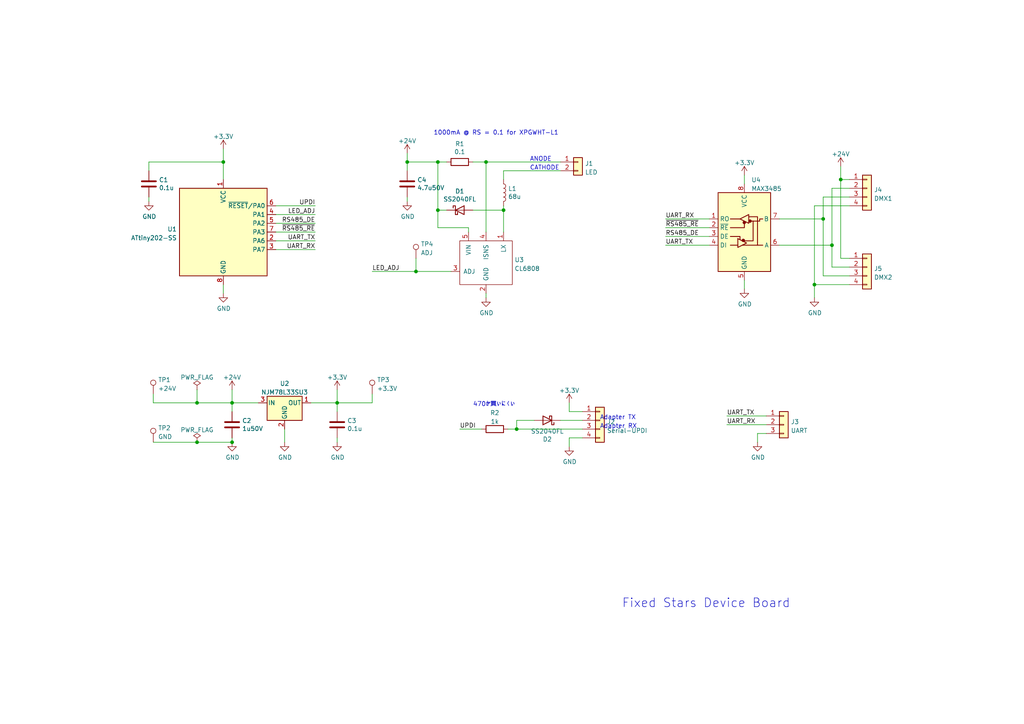
<source format=kicad_sch>
(kicad_sch (version 20211123) (generator eeschema)
  (paper "A4")
  (lib_symbols
    (symbol "CL6808:CL6808" (pin_names (offset 1.016))
      (property "Reference" "U" (at 12.7 1.27 0))
      (property "Value" "CL6808" (at 12.7 -1.27 0))
      (symbol "CL6808_0_1"
        (rectangle (start 7.62 -6.35) (end -7.62 6.35))
      )
      (symbol "CL6808_1_1"
        (pin open_collector line (at 5.08 8.89 270) (length 2.54) (name "LX") (number "1"))
        (pin power_in line (at 0 -8.89 90) (length 2.54) (name "GND") (number "2"))
        (pin input line (at -10.16 -2.54 0) (length 2.54) (name "ADJ") (number "3"))
        (pin input line (at 0 8.89 270) (length 2.54) (name "ISNS") (number "4"))
        (pin power_in line (at -5.08 8.89 270) (length 2.54) (name "VIN") (number "5"))
      )
    )
    (symbol "Connector:TestPoint" (pin_numbers hide) (pin_names (offset 0.762) hide)
      (property "Reference" "TP" (at 0 6.858 0))
      (property "Value" "TestPoint" (at 0 5.08 0))
      (symbol "TestPoint_0_1"
        (circle (center 0 3.302) (radius 0.762))
      )
      (symbol "TestPoint_1_1"
        (pin passive line (at 0 0 90) (length 2.54) (name "1") (number "1"))
      )
    )
    (symbol "Connector_Generic:Conn_01x02" (pin_names (offset 1.016) hide)
      (property "Reference" "J" (at 0 2.54 0))
      (property "Value" "Conn_01x02" (at 0 -5.08 0))
      (symbol "Conn_01x02_1_1"
        (rectangle (start -1.27 -2.413) (end 0 -2.667) (stroke (width 0.1524)))
        (rectangle (start -1.27 0.127) (end 0 -0.127) (stroke (width 0.1524)))
        (rectangle (start -1.27 1.27) (end 1.27 -3.81) (stroke (width 0.254)) (fill (type background)))
        (pin passive line (at -5.08 0 0) (length 3.81) (name "Pin_1") (number "1"))
        (pin passive line (at -5.08 -2.54 0) (length 3.81) (name "Pin_2") (number "2"))
      )
    )
    (symbol "Connector_Generic:Conn_01x03" (pin_names (offset 1.016) hide)
      (property "Reference" "J" (at 0 5.08 0))
      (property "Value" "Conn_01x03" (at 0 -5.08 0))
      (symbol "Conn_01x03_1_1"
        (rectangle (start -1.27 -2.413) (end 0 -2.667) (stroke (width 0.1524)))
        (rectangle (start -1.27 0.127) (end 0 -0.127) (stroke (width 0.1524)))
        (rectangle (start -1.27 2.667) (end 0 2.413) (stroke (width 0.1524)))
        (rectangle (start -1.27 3.81) (end 1.27 -3.81) (stroke (width 0.254)) (fill (type background)))
        (pin passive line (at -5.08 2.54 0) (length 3.81) (name "Pin_1") (number "1"))
        (pin passive line (at -5.08 0 0) (length 3.81) (name "Pin_2") (number "2"))
        (pin passive line (at -5.08 -2.54 0) (length 3.81) (name "Pin_3") (number "3"))
      )
    )
    (symbol "Connector_Generic:Conn_01x04" (pin_names (offset 1.016) hide)
      (property "Reference" "J" (at 0 5.08 0))
      (property "Value" "Conn_01x04" (at 0 -7.62 0))
      (symbol "Conn_01x04_1_1"
        (rectangle (start -1.27 -4.953) (end 0 -5.207) (stroke (width 0.1524)))
        (rectangle (start -1.27 -2.413) (end 0 -2.667) (stroke (width 0.1524)))
        (rectangle (start -1.27 0.127) (end 0 -0.127) (stroke (width 0.1524)))
        (rectangle (start -1.27 2.667) (end 0 2.413) (stroke (width 0.1524)))
        (rectangle (start -1.27 3.81) (end 1.27 -6.35) (stroke (width 0.254)) (fill (type background)))
        (pin passive line (at -5.08 2.54 0) (length 3.81) (name "Pin_1") (number "1"))
        (pin passive line (at -5.08 0 0) (length 3.81) (name "Pin_2") (number "2"))
        (pin passive line (at -5.08 -2.54 0) (length 3.81) (name "Pin_3") (number "3"))
        (pin passive line (at -5.08 -5.08 0) (length 3.81) (name "Pin_4") (number "4"))
      )
    )
    (symbol "Device:C" (pin_numbers hide) (pin_names (offset 0.254))
      (property "Reference" "C" (at 0.635 2.54 0))
      (property "Value" "C" (at 0.635 -2.54 0))
      (symbol "C_0_1"
        (polyline (pts (xy -2.032 -0.762) (xy 2.032 -0.762)) (stroke (width 0.508)))
        (polyline (pts (xy -2.032 0.762) (xy 2.032 0.762)) (stroke (width 0.508)))
      )
      (symbol "C_1_1"
        (pin passive line (at 0 3.81 270) (length 2.794) (name "~") (number "1"))
        (pin passive line (at 0 -3.81 90) (length 2.794) (name "~") (number "2"))
      )
    )
    (symbol "Device:D_Schottky" (pin_numbers hide) (pin_names (offset 1.016) hide)
      (property "Reference" "D" (at 0 2.54 0))
      (property "Value" "D_Schottky" (at 0 -2.54 0))
      (symbol "D_Schottky_0_1"
        (polyline (pts (xy 1.27 0) (xy -1.27 0)))
        (polyline (pts (xy 1.27 1.27) (xy 1.27 -1.27) (xy -1.27 0) (xy 1.27 1.27)) (stroke (width 0.254)))
        (polyline (pts (xy -1.905 0.635) (xy -1.905 1.27) (xy -1.27 1.27) (xy -1.27 -1.27) (xy -0.635 -1.27) (xy -0.635 -0.635)) (stroke (width 0.254)))
      )
      (symbol "D_Schottky_1_1"
        (pin passive line (at -3.81 0 0) (length 2.54) (name "K") (number "1"))
        (pin passive line (at 3.81 0 180) (length 2.54) (name "A") (number "2"))
      )
    )
    (symbol "Device:L" (pin_numbers hide) (pin_names (offset 1.016) hide)
      (property "Reference" "L" (at -1.27 0 90))
      (property "Value" "L" (at 1.905 0 90))
      (symbol "L_0_1"
        (arc (start 0 -2.54) (mid 0.635 -1.905) (end 0 -1.27))
        (arc (start 0 -1.27) (mid 0.635 -0.635) (end 0 0))
        (arc (start 0 0) (mid 0.635 0.635) (end 0 1.27))
        (arc (start 0 1.27) (mid 0.635 1.905) (end 0 2.54))
      )
      (symbol "L_1_1"
        (pin passive line (at 0 3.81 270) (length 1.27) (name "1") (number "1"))
        (pin passive line (at 0 -3.81 90) (length 1.27) (name "2") (number "2"))
      )
    )
    (symbol "Device:R" (pin_numbers hide) (pin_names (offset 0))
      (property "Reference" "R" (at 2.032 0 90))
      (property "Value" "R" (at 0 0 90))
      (symbol "R_0_1"
        (rectangle (start -1.016 -2.54) (end 1.016 2.54) (stroke (width 0.254)))
      )
      (symbol "R_1_1"
        (pin passive line (at 0 3.81 270) (length 1.27) (name "~") (number "1"))
        (pin passive line (at 0 -3.81 90) (length 1.27) (name "~") (number "2"))
      )
    )
    (symbol "Interface_UART:MAX3485"
      (property "Reference" "U" (at -6.096 11.43 0))
      (property "Value" "MAX3485" (at 0.762 11.43 0))
      (symbol "MAX3485_0_1"
        (rectangle (start -7.62 10.16) (end 7.62 -12.7) (stroke (width 0.254)) (fill (type background)))
        (circle (center -0.3048 -3.683) (radius 0.3556) (stroke (width 0.254)) (fill (type outline)))
        (circle (center -0.0254 1.4986) (radius 0.3556) (stroke (width 0.254)) (fill (type outline)))
        (polyline (pts (xy -4.064 -5.08) (xy -1.905 -5.08)) (stroke (width 0.254)))
        (polyline (pts (xy -4.064 2.54) (xy -1.27 2.54)) (stroke (width 0.254)))
        (polyline (pts (xy -1.27 -3.2004) (xy -1.27 -3.4544)) (stroke (width 0.254)))
        (polyline (pts (xy -0.635 -5.08) (xy 5.334 -5.08)) (stroke (width 0.254)))
        (polyline (pts (xy -4.064 -2.54) (xy -1.27 -2.54) (xy -1.27 -3.175)) (stroke (width 0.254)))
        (polyline (pts (xy 0 1.27) (xy 0 0) (xy -4.064 0)) (stroke (width 0.254)))
        (polyline (pts (xy 1.27 3.175) (xy 3.81 3.175) (xy 3.81 -5.08)) (stroke (width 0.254)))
        (polyline (pts (xy 2.54 1.905) (xy 2.54 -3.81) (xy 0 -3.81)) (stroke (width 0.254)))
        (polyline (pts (xy -1.905 -3.175) (xy -1.905 -5.715) (xy 0.635 -4.445) (xy -1.905 -3.175)) (stroke (width 0.254)))
        (polyline (pts (xy -1.27 2.54) (xy 1.27 3.81) (xy 1.27 1.27) (xy -1.27 2.54)) (stroke (width 0.254)))
        (polyline (pts (xy 1.905 1.905) (xy 4.445 1.905) (xy 4.445 2.54) (xy 5.334 2.54)) (stroke (width 0.254)))
        (rectangle (start 1.27 3.175) (end 1.27 3.175))
        (circle (center 1.651 1.905) (radius 0.3556) (stroke (width 0.254)) (fill (type outline)))
      )
      (symbol "MAX3485_1_1"
        (pin output line (at -10.16 2.54 0) (length 2.54) (name "RO") (number "1"))
        (pin input line (at -10.16 0 0) (length 2.54) (name "~{RE}") (number "2"))
        (pin input line (at -10.16 -2.54 0) (length 2.54) (name "DE") (number "3"))
        (pin input line (at -10.16 -5.08 0) (length 2.54) (name "DI") (number "4"))
        (pin power_in line (at 0 -15.24 90) (length 2.54) (name "GND") (number "5"))
        (pin bidirectional line (at 10.16 -5.08 180) (length 2.54) (name "A") (number "6"))
        (pin bidirectional line (at 10.16 2.54 180) (length 2.54) (name "B") (number "7"))
        (pin power_in line (at 0 12.7 270) (length 2.54) (name "VCC") (number "8"))
      )
    )
    (symbol "MCU_Microchip_ATtiny:ATtiny202-SS"
      (property "Reference" "U" (at -12.7 13.97 0))
      (property "Value" "ATtiny202-SS" (at 2.54 -13.97 0))
      (symbol "ATtiny202-SS_0_1"
        (rectangle (start -12.7 -12.7) (end 12.7 12.7) (stroke (width 0.254)) (fill (type background)))
      )
      (symbol "ATtiny202-SS_1_1"
        (pin power_in line (at 0 15.24 270) (length 2.54) (name "VCC") (number "1"))
        (pin bidirectional line (at 15.24 -2.54 180) (length 2.54) (name "PA6") (number "2"))
        (pin bidirectional line (at 15.24 -5.08 180) (length 2.54) (name "PA7") (number "3"))
        (pin bidirectional line (at 15.24 5.08 180) (length 2.54) (name "PA1") (number "4"))
        (pin bidirectional line (at 15.24 2.54 180) (length 2.54) (name "PA2") (number "5"))
        (pin bidirectional line (at 15.24 7.62 180) (length 2.54) (name "~{RESET}/PA0") (number "6"))
        (pin bidirectional line (at 15.24 0 180) (length 2.54) (name "PA3") (number "7"))
        (pin power_in line (at 0 -15.24 90) (length 2.54) (name "GND") (number "8"))
      )
    )
    (symbol "Regulator_Linear:L78L33_SOT89" (pin_names (offset 0.254))
      (property "Reference" "U" (at -3.81 3.175 0))
      (property "Value" "L78L33_SOT89" (at -0.635 3.175 0))
      (symbol "L78L33_SOT89_0_1"
        (rectangle (start -5.08 1.905) (end 5.08 -5.08) (stroke (width 0.254)) (fill (type background)))
      )
      (symbol "L78L33_SOT89_1_1"
        (pin power_out line (at 7.62 0 180) (length 2.54) (name "OUT") (number "1"))
        (pin power_in line (at 0 -7.62 90) (length 2.54) (name "GND") (number "2"))
        (pin power_in line (at -7.62 0 0) (length 2.54) (name "IN") (number "3"))
      )
    )
    (symbol "power:+24V" (power) (pin_names (offset 0))
      (property "Value" "+24V" (at 0 3.556 0))
      (symbol "+24V_0_1"
        (polyline (pts (xy -0.762 1.27) (xy 0 2.54)))
        (polyline (pts (xy 0 0) (xy 0 2.54)))
        (polyline (pts (xy 0 2.54) (xy 0.762 1.27)))
      )
      (symbol "+24V_1_1"
        (pin power_in line (at 0 0 90) (length 0) hide (name "+24V") (number "1"))
      )
    )
    (symbol "power:+3.3V" (power) (pin_names (offset 0))
      (property "Value" "+3.3V" (at 0 3.556 0))
      (symbol "+3.3V_0_1"
        (polyline (pts (xy -0.762 1.27) (xy 0 2.54)))
        (polyline (pts (xy 0 0) (xy 0 2.54)))
        (polyline (pts (xy 0 2.54) (xy 0.762 1.27)))
      )
      (symbol "+3.3V_1_1"
        (pin power_in line (at 0 0 90) (length 0) hide (name "+3.3V") (number "1"))
      )
    )
    (symbol "power:GND" (power) (pin_names (offset 0))
      (property "Value" "GND" (at 0 -3.81 0))
      (symbol "GND_0_1"
        (polyline (pts (xy 0 0) (xy 0 -1.27) (xy 1.27 -1.27) (xy 0 -2.54) (xy -1.27 -1.27) (xy 0 -1.27)))
      )
      (symbol "GND_1_1"
        (pin power_in line (at 0 0 270) (length 0) hide (name "GND") (number "1"))
      )
    )
    (symbol "power:PWR_FLAG" (power) (pin_numbers hide) (pin_names (offset 0) hide)
      (property "Value" "PWR_FLAG" (at 0 3.81 0))
      (symbol "PWR_FLAG_0_0"
        (pin power_out line (at 0 0 90) (length 0) (name "pwr") (number "1"))
      )
      (symbol "PWR_FLAG_0_1"
        (polyline (pts (xy 0 0) (xy 0 1.27) (xy -1.016 1.905) (xy 0 2.54) (xy 1.016 1.905) (xy 0 1.27)))
      )
    )
  )
  (junction (at 67.31 116.84))
  (junction (at 120.65 78.74))
  (junction (at 57.15 116.84))
  (junction (at 127 46.99))
  (junction (at 118.11 46.99))
  (junction (at 241.3 71.12))
  (junction (at 127 60.96))
  (junction (at 243.84 52.07))
  (junction (at 149.86 124.46))
  (junction (at 67.31 128.27))
  (junction (at 140.97 46.99))
  (junction (at 146.05 60.96))
  (junction (at 97.79 116.84))
  (junction (at 238.76 63.5))
  (junction (at 64.77 46.99))
  (junction (at 236.22 82.55))
  (junction (at 57.15 128.27))
  (wire (pts (xy 135.89 67.31) (xy 135.89 66.04)))
  (wire (pts (xy 140.97 85.09) (xy 140.97 86.36)))
  (wire (pts (xy 133.35 124.46) (xy 139.7 124.46)))
  (wire (pts (xy 120.65 74.93) (xy 120.65 78.74)))
  (wire (pts (xy 146.05 49.53) (xy 162.56 49.53)))
  (wire (pts (xy 57.15 128.27) (xy 67.31 128.27)))
  (wire (pts (xy 97.79 116.84) (xy 97.79 113.03)))
  (wire (pts (xy 137.16 60.96) (xy 146.05 60.96)))
  (wire (pts (xy 246.38 52.07) (xy 243.84 52.07)))
  (wire (pts (xy 215.9 81.28) (xy 215.9 83.82)))
  (wire (pts (xy 118.11 49.53) (xy 118.11 46.99)))
  (wire (pts (xy 129.54 60.96) (xy 127 60.96)))
  (wire (pts (xy 67.31 116.84) (xy 67.31 119.38)))
  (wire (pts (xy 67.31 113.03) (xy 67.31 116.84)))
  (wire (pts (xy 67.31 116.84) (xy 74.93 116.84)))
  (wire (pts (xy 80.01 69.85) (xy 91.44 69.85)))
  (wire (pts (xy 57.15 116.84) (xy 57.15 113.03)))
  (wire (pts (xy 241.3 54.61) (xy 241.3 71.12)))
  (wire (pts (xy 43.18 46.99) (xy 64.77 46.99)))
  (wire (pts (xy 165.1 119.38) (xy 168.91 119.38)))
  (wire (pts (xy 118.11 44.45) (xy 118.11 46.99)))
  (wire (pts (xy 149.86 121.92) (xy 149.86 124.46)))
  (wire (pts (xy 154.94 121.92) (xy 149.86 121.92)))
  (wire (pts (xy 226.06 71.12) (xy 241.3 71.12)))
  (wire (pts (xy 193.04 71.12) (xy 205.74 71.12)))
  (wire (pts (xy 226.06 63.5) (xy 238.76 63.5)))
  (wire (pts (xy 210.82 120.65) (xy 222.25 120.65)))
  (wire (pts (xy 219.71 125.73) (xy 222.25 125.73)))
  (wire (pts (xy 80.01 59.69) (xy 91.44 59.69)))
  (wire (pts (xy 135.89 66.04) (xy 127 66.04)))
  (wire (pts (xy 236.22 82.55) (xy 236.22 86.36)))
  (wire (pts (xy 193.04 63.5) (xy 205.74 63.5)))
  (wire (pts (xy 137.16 46.99) (xy 140.97 46.99)))
  (wire (pts (xy 97.79 127) (xy 97.79 128.27)))
  (wire (pts (xy 168.91 127) (xy 165.1 127)))
  (wire (pts (xy 246.38 82.55) (xy 236.22 82.55)))
  (wire (pts (xy 82.55 124.46) (xy 82.55 128.27)))
  (wire (pts (xy 146.05 52.07) (xy 146.05 49.53)))
  (wire (pts (xy 127 66.04) (xy 127 60.96)))
  (wire (pts (xy 80.01 72.39) (xy 91.44 72.39)))
  (wire (pts (xy 107.95 78.74) (xy 120.65 78.74)))
  (wire (pts (xy 243.84 74.93) (xy 246.38 74.93)))
  (wire (pts (xy 64.77 46.99) (xy 64.77 52.07)))
  (wire (pts (xy 210.82 123.19) (xy 222.25 123.19)))
  (wire (pts (xy 90.17 116.84) (xy 97.79 116.84)))
  (wire (pts (xy 219.71 125.73) (xy 219.71 128.27)))
  (wire (pts (xy 238.76 57.15) (xy 238.76 63.5)))
  (wire (pts (xy 140.97 46.99) (xy 162.56 46.99)))
  (wire (pts (xy 118.11 57.15) (xy 118.11 58.42)))
  (wire (pts (xy 43.18 46.99) (xy 43.18 49.53)))
  (wire (pts (xy 67.31 116.84) (xy 57.15 116.84)))
  (wire (pts (xy 147.32 124.46) (xy 149.86 124.46)))
  (wire (pts (xy 243.84 52.07) (xy 243.84 74.93)))
  (wire (pts (xy 107.95 116.84) (xy 107.95 114.3)))
  (wire (pts (xy 238.76 63.5) (xy 238.76 80.01)))
  (wire (pts (xy 140.97 67.31) (xy 140.97 46.99)))
  (wire (pts (xy 80.01 67.31) (xy 91.44 67.31)))
  (wire (pts (xy 193.04 68.58) (xy 205.74 68.58)))
  (wire (pts (xy 165.1 127) (xy 165.1 129.54)))
  (wire (pts (xy 162.56 121.92) (xy 168.91 121.92)))
  (wire (pts (xy 215.9 53.34) (xy 215.9 50.8)))
  (wire (pts (xy 97.79 116.84) (xy 97.79 119.38)))
  (wire (pts (xy 97.79 116.84) (xy 107.95 116.84)))
  (wire (pts (xy 127 46.99) (xy 129.54 46.99)))
  (wire (pts (xy 44.45 128.27) (xy 57.15 128.27)))
  (wire (pts (xy 246.38 57.15) (xy 238.76 57.15)))
  (wire (pts (xy 238.76 80.01) (xy 246.38 80.01)))
  (wire (pts (xy 241.3 71.12) (xy 241.3 77.47)))
  (wire (pts (xy 165.1 119.38) (xy 165.1 116.84)))
  (wire (pts (xy 127 60.96) (xy 127 46.99)))
  (wire (pts (xy 44.45 116.84) (xy 57.15 116.84)))
  (wire (pts (xy 149.86 124.46) (xy 168.91 124.46)))
  (wire (pts (xy 236.22 59.69) (xy 246.38 59.69)))
  (wire (pts (xy 118.11 46.99) (xy 127 46.99)))
  (wire (pts (xy 120.65 78.74) (xy 130.81 78.74)))
  (wire (pts (xy 246.38 54.61) (xy 241.3 54.61)))
  (wire (pts (xy 193.04 66.04) (xy 205.74 66.04)))
  (wire (pts (xy 236.22 82.55) (xy 236.22 59.69)))
  (wire (pts (xy 80.01 64.77) (xy 91.44 64.77)))
  (wire (pts (xy 67.31 127) (xy 67.31 128.27)))
  (wire (pts (xy 64.77 82.55) (xy 64.77 85.09)))
  (wire (pts (xy 146.05 60.96) (xy 146.05 59.69)))
  (wire (pts (xy 44.45 114.3) (xy 44.45 116.84)))
  (wire (pts (xy 243.84 48.26) (xy 243.84 52.07)))
  (wire (pts (xy 64.77 46.99) (xy 64.77 43.18)))
  (wire (pts (xy 146.05 67.31) (xy 146.05 60.96)))
  (wire (pts (xy 43.18 57.15) (xy 43.18 58.42)))
  (wire (pts (xy 241.3 77.47) (xy 246.38 77.47)))
  (wire (pts (xy 80.01 62.23) (xy 91.44 62.23)))
  (text "Adapter TX" (at 173.99 121.92 0) (effects (font (size 1.27 1.27)) (justify left bottom)))
  (text "470が買いにくい" (at 137.16 118.11 0) (effects (font (size 1.27 1.27)) (justify left bottom)))
  (text "Adapter RX" (at 173.99 124.46 0) (effects (font (size 1.27 1.27)) (justify left bottom)))
  (text "1000mA @ RS = 0.1 for XPGWHT-L1" (at 125.73 39.37 0) (effects (font (size 1.27 1.27)) (justify left bottom)))
  (text "CATHODE" (at 153.67 49.53 0) (effects (font (size 1.27 1.27)) (justify left bottom)))
  (text "Fixed Stars Device Board" (at 180.34 176.53 0) (effects (font (size 2.54 2.54)) (justify left bottom)))
  (text "ANODE" (at 153.67 46.99 0) (effects (font (size 1.27 1.27)) (justify left bottom)))
  (label "~{RS485_RE}" (at 193.04 66.04 0))
  (label "LED_ADJ" (at 91.44 62.23 180))
  (label "UPDI" (at 91.44 59.69 180))
  (label "UART_TX" (at 193.04 71.12 0))
  (label "UART_TX" (at 210.82 120.65 0))
  (label "LED_ADJ" (at 107.95 78.74 0))
  (label "RS485_DE" (at 193.04 68.58 0))
  (label "UART_RX" (at 210.82 123.19 0))
  (label "UART_RX" (at 193.04 63.5 0))
  (label "UART_TX" (at 91.44 69.85 180))
  (label "RS485_DE" (at 91.44 64.77 180))
  (label "UPDI" (at 133.35 124.46 0))
  (label "UART_RX" (at 91.44 72.39 180))
  (label "~{RS485_RE}" (at 91.44 67.31 180))
  (symbol (lib_id "Device:L") (at 146.05 55.88 0) (unit 1)
    (property "Reference" "L1" (at 147.3708 54.7116 0) (effects (justify left)))
    (property "Value" "68u" (at 147.3708 57.023 0) (effects (justify left)))
    (property "Footprint" "Inductor_SMD:L_Taiyo-Yuden_NR-10050_9.8x10.0mm" (effects hide))
    (property "Datasheet" "https://akizukidenshi.com/catalog/g/gP-08323/" (effects hide))
  )
  (symbol (lib_id "power:+24V") (at 118.11 44.45 0) (unit 1)
    (property "Reference" "#PWR0101" (effects hide))
    (property "Value" "+24V" (at 118.11 40.8742 0))
  )
  (symbol (lib_id "power:GND") (at 97.79 128.27 0) (unit 1)
    (property "Reference" "#PWR08" (effects hide))
    (property "Value" "GND" (at 97.917 132.6642 0))
  )
  (symbol (lib_id "power:GND") (at 140.97 86.36 0) (unit 1)
    (property "Reference" "#PWR011" (effects hide))
    (property "Value" "GND" (at 141.097 90.7542 0))
  )
  (symbol (lib_id "power:GND") (at 82.55 128.27 0) (unit 1)
    (property "Reference" "#PWR06" (effects hide))
    (property "Value" "GND" (at 82.677 132.6642 0))
  )
  (symbol (lib_id "MCU_Microchip_ATtiny:ATtiny202-SS") (at 64.77 67.31 0) (unit 1)
    (property "Reference" "U1" (at 51.3081 66.4753 0) (effects (justify right)))
    (property "Value" "ATtiny202-SS" (at 51.3081 69.0122 0) (effects (justify right)))
    (property "Footprint" "Package_SO:SOIC-8_3.9x4.9mm_P1.27mm" (effects hide))
    (property "Datasheet" "https://akizukidenshi.com/catalog/g/gI-15731/" (effects hide))
  )
  (symbol (lib_id "Connector:TestPoint") (at 107.95 114.3 0) (unit 1)
    (property "Reference" "TP3" (at 109.347 110.1633 0) (effects (justify left)))
    (property "Value" "+3.3V" (at 109.347 112.7002 0) (effects (justify left)))
    (property "Footprint" "TestPoint:TestPoint_THTPad_D2.0mm_Drill1.0mm" (effects hide))
  )
  (symbol (lib_id "power:GND") (at 43.18 58.42 0) (unit 1)
    (property "Reference" "#PWR01" (effects hide))
    (property "Value" "GND" (at 43.307 62.8142 0))
  )
  (symbol (lib_id "power:GND") (at 165.1 129.54 0) (unit 1)
    (property "Reference" "#PWR013" (effects hide))
    (property "Value" "GND" (at 165.227 133.9342 0))
  )
  (symbol (lib_id "power:PWR_FLAG") (at 57.15 113.03 0) (unit 1)
    (property "Reference" "#FLG01" (effects hide))
    (property "Value" "PWR_FLAG" (at 57.15 109.4542 0))
  )
  (symbol (lib_id "CL6808:CL6808") (at 140.97 76.2 0) (unit 1)
    (property "Reference" "U3" (at 149.225 75.3653 0) (effects (justify left)))
    (property "Value" "CL6808" (at 149.225 77.9022 0) (effects (justify left)))
    (property "Footprint" "Package_TO_SOT_SMD:SOT-89-5" (effects hide))
    (property "Datasheet" "https://akizukidenshi.com/catalog/g/gI-06278/" (effects hide))
  )
  (symbol (lib_id "Connector_Generic:Conn_01x04") (at 251.46 77.47 0) (unit 1)
    (property "Reference" "J5" (at 253.492 77.9053 0) (effects (justify left)))
    (property "Value" "DMX2" (at 253.492 80.4422 0) (effects (justify left)))
    (property "Footprint" "Connector_JST:JST_XH_B4B-XH-A_1x04_P2.50mm_Vertical" (effects hide))
    (property "Datasheet" "https://akizukidenshi.com/catalog/g/gC-12249/" (effects hide))
  )
  (symbol (lib_id "power:GND") (at 118.11 58.42 0) (unit 1)
    (property "Reference" "#PWR010" (effects hide))
    (property "Value" "GND" (at 118.237 62.8142 0))
  )
  (symbol (lib_id "Connector_Generic:Conn_01x02") (at 167.64 46.99 0) (unit 1)
    (property "Reference" "J1" (at 169.672 47.4253 0) (effects (justify left)))
    (property "Value" "LED" (at 169.672 49.9622 0) (effects (justify left)))
    (property "Footprint" "Connector_Wire:SolderWire-0.25sqmm_1x02_P4.2mm_D0.65mm_OD1.7mm_Relief" (effects hide))
  )
  (symbol (lib_id "Device:R") (at 143.51 124.46 90) (unit 1)
    (property "Reference" "R2" (at 143.51 119.7442 90))
    (property "Value" "1k" (at 143.51 122.2811 90))
    (property "Footprint" "Resistor_SMD:R_0603_1608Metric" (effects hide))
    (property "Datasheet" "https://akizukidenshi.com/catalog/g/gR-11790/" (effects hide))
  )
  (symbol (lib_id "Interface_UART:MAX3485") (at 215.9 66.04 0) (unit 1)
    (property "Reference" "U4" (at 217.9194 52.1802 0) (effects (justify left)))
    (property "Value" "MAX3485" (at 217.9194 54.7171 0) (effects (justify left)))
    (property "Footprint" "Package_SO:SOP-8_3.9x4.9mm_P1.27mm" (effects hide))
    (property "Datasheet" "https://akizukidenshi.com/catalog/g/gI-16211/" (effects hide))
  )
  (symbol (lib_id "power:GND") (at 236.22 86.36 0) (unit 1)
    (property "Reference" "#PWR017" (effects hide))
    (property "Value" "GND" (at 236.347 90.7542 0))
  )
  (symbol (lib_id "power:GND") (at 64.77 85.09 0) (unit 1)
    (property "Reference" "#PWR03" (effects hide))
    (property "Value" "GND" (at 64.897 89.4842 0))
  )
  (symbol (lib_id "Device:C") (at 43.18 53.34 0) (unit 1)
    (property "Reference" "C1" (at 46.101 52.1716 0) (effects (justify left)))
    (property "Value" "0.1u" (at 46.101 54.483 0) (effects (justify left)))
    (property "Footprint" "Capacitor_SMD:C_0603_1608Metric" (effects hide))
    (property "Datasheet" "https://akizukidenshi.com/catalog/g/gP-13374/" (effects hide))
  )
  (symbol (lib_id "power:GND") (at 215.9 83.82 0) (unit 1)
    (property "Reference" "#PWR015" (effects hide))
    (property "Value" "GND" (at 216.027 88.2142 0))
  )
  (symbol (lib_id "power:GND") (at 219.71 128.27 0) (unit 1)
    (property "Reference" "#PWR016" (effects hide))
    (property "Value" "GND" (at 219.837 132.6642 0))
  )
  (symbol (lib_id "Device:R") (at 133.35 46.99 270) (unit 1)
    (property "Reference" "R1" (at 133.35 41.7322 90))
    (property "Value" "0.1" (at 133.35 44.0436 90))
    (property "Footprint" "Resistor_SMD:R_1210_3225Metric" (effects hide))
    (property "Datasheet" "https://akizukidenshi.com/catalog/g/gR-10822/" (effects hide))
  )
  (symbol (lib_id "power:+3.3V") (at 97.79 113.03 0) (unit 1)
    (property "Reference" "#PWR07" (effects hide))
    (property "Value" "+3.3V" (at 97.79 109.4542 0))
  )
  (symbol (lib_id "power:GND") (at 67.31 128.27 0) (unit 1)
    (property "Reference" "#PWR05" (effects hide))
    (property "Value" "GND" (at 67.437 132.6642 0))
  )
  (symbol (lib_id "power:+3.3V") (at 64.77 43.18 0) (unit 1)
    (property "Reference" "#PWR02" (effects hide))
    (property "Value" "+3.3V" (at 64.77 39.6042 0))
  )
  (symbol (lib_id "Connector:TestPoint") (at 44.45 114.3 0) (unit 1)
    (property "Reference" "TP1" (at 45.847 110.1633 0) (effects (justify left)))
    (property "Value" "+24V" (at 45.847 112.7002 0) (effects (justify left)))
    (property "Footprint" "TestPoint:TestPoint_THTPad_D2.0mm_Drill1.0mm" (effects hide))
  )
  (symbol (lib_id "Device:C") (at 118.11 53.34 0) (unit 1)
    (property "Reference" "C4" (at 121.031 52.1716 0) (effects (justify left)))
    (property "Value" "4.7u50V" (at 121.031 54.483 0) (effects (justify left)))
    (property "Footprint" "Capacitor_SMD:C_0805_2012Metric" (effects hide))
    (property "Datasheet" "https://akizukidenshi.com/catalog/g/gP-13605/" (effects hide))
  )
  (symbol (lib_id "Device:D_Schottky") (at 133.35 60.96 0) (unit 1)
    (property "Reference" "D1" (at 133.35 55.4736 0))
    (property "Value" "SS2040FL" (at 133.35 57.785 0))
    (property "Footprint" "Diode_SMD:D_SOD-123F" (effects hide))
    (property "Datasheet" "https://akizukidenshi.com/catalog/g/gI-02073/" (effects hide))
  )
  (symbol (lib_id "power:+3.3V") (at 215.9 50.8 0) (unit 1)
    (property "Reference" "#PWR014" (effects hide))
    (property "Value" "+3.3V" (at 215.9 47.2242 0))
  )
  (symbol (lib_id "Device:D_Schottky") (at 158.75 121.92 180) (unit 1)
    (property "Reference" "D2" (at 158.75 127.4064 0))
    (property "Value" "SS2040FL" (at 158.75 125.095 0))
    (property "Footprint" "Diode_SMD:D_SOD-123F" (effects hide))
    (property "Datasheet" "https://akizukidenshi.com/catalog/g/gI-02073/" (effects hide))
  )
  (symbol (lib_id "Connector:TestPoint") (at 44.45 128.27 0) (unit 1)
    (property "Reference" "TP2" (at 45.847 124.1333 0) (effects (justify left)))
    (property "Value" "GND" (at 45.847 126.6702 0) (effects (justify left)))
    (property "Footprint" "TestPoint:TestPoint_THTPad_D2.0mm_Drill1.0mm" (effects hide))
  )
  (symbol (lib_id "power:+24V") (at 243.84 48.26 0) (unit 1)
    (property "Reference" "#PWR0102" (effects hide))
    (property "Value" "+24V" (at 243.84 44.6842 0))
  )
  (symbol (lib_id "Device:C") (at 67.31 123.19 0) (unit 1)
    (property "Reference" "C2" (at 70.231 122.0216 0) (effects (justify left)))
    (property "Value" "1u50V" (at 70.231 124.333 0) (effects (justify left)))
    (property "Footprint" "Capacitor_SMD:C_0603_1608Metric" (effects hide))
    (property "Datasheet" "https://akizukidenshi.com/catalog/g/gP-15331/" (effects hide))
  )
  (symbol (lib_id "Connector_Generic:Conn_01x03") (at 227.33 123.19 0) (unit 1)
    (property "Reference" "J3" (at 229.362 122.3553 0) (effects (justify left)))
    (property "Value" "UART" (at 229.362 124.8922 0) (effects (justify left)))
    (property "Footprint" "Connector_PinHeader_2.54mm:PinHeader_1x03_P2.54mm_Vertical" (effects hide))
  )
  (symbol (lib_id "power:+24V") (at 67.31 113.03 0) (unit 1)
    (property "Reference" "#PWR0103" (effects hide))
    (property "Value" "+24V" (at 67.31 109.4542 0))
  )
  (symbol (lib_id "Device:C") (at 97.79 123.19 0) (unit 1)
    (property "Reference" "C3" (at 100.711 122.0216 0) (effects (justify left)))
    (property "Value" "0.1u" (at 100.711 124.333 0) (effects (justify left)))
    (property "Footprint" "Capacitor_SMD:C_0603_1608Metric" (effects hide))
    (property "Datasheet" "https://akizukidenshi.com/catalog/g/gP-13374/" (effects hide))
  )
  (symbol (lib_id "power:PWR_FLAG") (at 57.15 128.27 0) (unit 1)
    (property "Reference" "#FLG02" (effects hide))
    (property "Value" "PWR_FLAG" (at 57.15 124.6942 0))
  )
  (symbol (lib_id "Connector_Generic:Conn_01x04") (at 173.99 121.92 0) (unit 1)
    (property "Reference" "J2" (at 176.022 122.3553 0) (effects (justify left)))
    (property "Value" "Serial-UPDI" (at 176.022 124.8922 0) (effects (justify left)))
    (property "Footprint" "Connector_PinHeader_2.54mm:PinHeader_1x04_P2.54mm_Vertical" (effects hide))
    (property "Datasheet" "https://akizukidenshi.com/catalog/g/gC-00167/" (effects hide))
  )
  (symbol (lib_id "Connector:TestPoint") (at 120.65 74.93 0) (unit 1)
    (property "Reference" "TP4" (at 122.047 70.7933 0) (effects (justify left)))
    (property "Value" "ADJ" (at 122.047 73.3302 0) (effects (justify left)))
    (property "Footprint" "TestPoint:TestPoint_THTPad_D2.0mm_Drill1.0mm" (effects hide))
  )
  (symbol (lib_id "Regulator_Linear:L78L33_SOT89") (at 82.55 116.84 0) (unit 1)
    (property "Reference" "U2" (at 82.55 111.2352 0))
    (property "Value" "NJM78L33SU3" (at 82.55 113.7721 0))
    (property "Footprint" "Package_TO_SOT_SMD:SOT-89-3" (effects hide))
    (property "Datasheet" "https://akizukidenshi.com/catalog/g/gI-11319/" (effects hide))
  )
  (symbol (lib_id "Connector_Generic:Conn_01x04") (at 251.46 54.61 0) (unit 1)
    (property "Reference" "J4" (at 253.492 55.0453 0) (effects (justify left)))
    (property "Value" "DMX1" (at 253.492 57.5822 0) (effects (justify left)))
    (property "Footprint" "Connector_JST:JST_XH_B4B-XH-A_1x04_P2.50mm_Vertical" (effects hide))
    (property "Datasheet" "https://akizukidenshi.com/catalog/g/gC-12249/" (effects hide))
  )
  (symbol (lib_id "power:+3.3V") (at 165.1 116.84 0) (unit 1)
    (property "Reference" "#PWR012" (effects hide))
    (property "Value" "+3.3V" (at 165.1 113.2642 0))
  )
)
</source>
